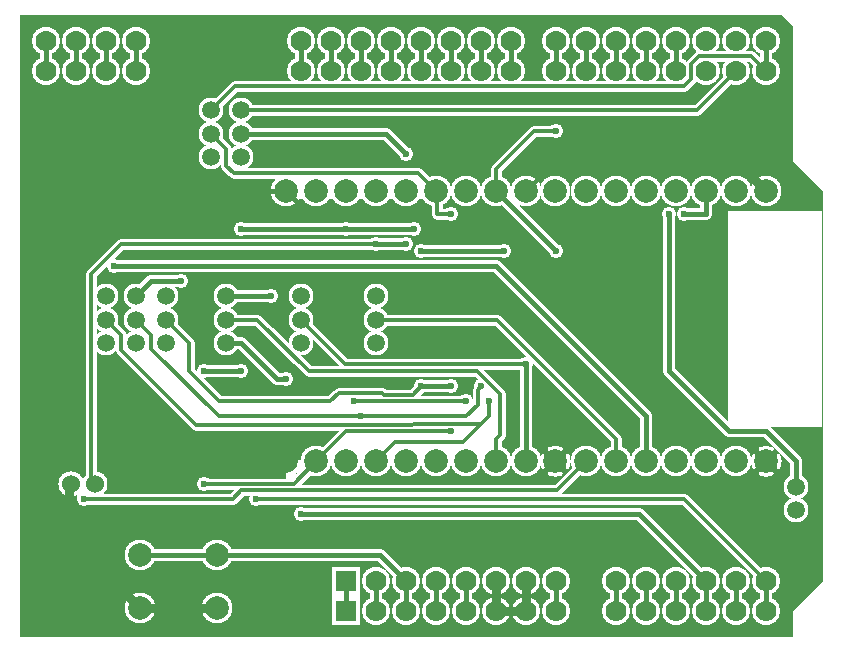
<source format=gbr>
G04 GERBER ASCII OUTPUT FROM: EDWINXP (VER. 1.61 REV. 20080315)*
G04 GERBER FORMAT: RX-274-X*
G04 BOARD: AMICUS_BLUETOOTH_SHIELD*
G04 ARTWORK OF SOLD.LAYERPOSITIVE SUPERIMPOSED ON NEGATIVE*
%ASAXBY*%
%FSLAX23Y23*%
%MIA0B0*%
%MOIN*%
%OFA0.0000B0.0000*%
%SFA1B1*%
%IJA0B0*%
%INLAYER29NEGPOS*%
%IOA0B0*%
%IPPOS*%
%IR0*%
G04 APERTURE MACROS*
%AMEDWDONUT*
1,1,$1,$2,$3*
1,0,$4,$2,$3*
%
%AMEDWFRECT*
20,1,$1,$2,$3,$4,$5,$6*
%
%AMEDWORECT*
20,1,$1,$2,$3,$4,$5,$10*
20,1,$1,$4,$5,$6,$7,$10*
20,1,$1,$6,$7,$8,$9,$10*
20,1,$1,$8,$9,$2,$3,$10*
1,1,$1,$2,$3*
1,1,$1,$4,$5*
1,1,$1,$6,$7*
1,1,$1,$8,$9*
%
%AMEDWLINER*
20,1,$1,$2,$3,$4,$5,$6*
1,1,$1,$2,$3*
1,1,$1,$4,$5*
%
%AMEDWFTRNG*
4,1,3,$1,$2,$3,$4,$5,$6,$7,$8,$9*
%
%AMEDWATRNG*
4,1,3,$1,$2,$3,$4,$5,$6,$7,$8,$9*
20,1,$11,$1,$2,$3,$4,$10*
20,1,$11,$3,$4,$5,$6,$10*
20,1,$11,$5,$6,$7,$8,$10*
1,1,$11,$3,$4*
1,1,$11,$5,$6*
1,1,$11,$7,$8*
%
%AMEDWOTRNG*
20,1,$1,$2,$3,$4,$5,$8*
20,1,$1,$4,$5,$6,$7,$8*
20,1,$1,$6,$7,$2,$3,$8*
1,1,$1,$2,$3*
1,1,$1,$4,$5*
1,1,$1,$6,$7*
%
G04*
G04 APERTURE LIST*
%ADD10R,0.0500X0.0580*%
%ADD11R,0.0740X0.0820*%
%ADD12R,0.0400X0.0480*%
%ADD13R,0.0640X0.0720*%
%ADD14R,0.04724X0.05906*%
%ADD15R,0.07124X0.08306*%
%ADD16R,0.03937X0.05118*%
%ADD17R,0.06337X0.07518*%
%ADD18R,0.0860X0.0860*%
%ADD19R,0.1100X0.1100*%
%ADD20R,0.0700X0.0700*%
%ADD21R,0.0940X0.0940*%
%ADD22R,0.0700X0.0650*%
%ADD23R,0.0940X0.0890*%
%ADD24R,0.0600X0.0550*%
%ADD25R,0.0840X0.0790*%
%ADD26R,0.0650X0.0700*%
%ADD27R,0.0890X0.0940*%
%ADD28R,0.0550X0.0600*%
%ADD29R,0.0790X0.0840*%
%ADD30R,0.04724X0.06693*%
%ADD31R,0.07124X0.09093*%
%ADD32R,0.03937X0.05906*%
%ADD33R,0.06337X0.08306*%
%ADD34C,0.00039*%
%ADD36C,0.0010*%
%ADD38C,0.00118*%
%ADD40C,0.0020*%
%ADD41R,0.0020X0.0020*%
%ADD42C,0.00201*%
%ADD43R,0.00201X0.00201*%
%ADD44C,0.00259*%
%ADD45R,0.00259X0.00259*%
%ADD46C,0.0030*%
%ADD47R,0.0030X0.0030*%
%ADD48C,0.0040*%
%ADD49R,0.0040X0.0040*%
%ADD50C,0.00472*%
%ADD52C,0.0050*%
%ADD53R,0.0050X0.0050*%
%ADD54C,0.00512*%
%ADD55R,0.00512X0.00512*%
%ADD56C,0.00515*%
%ADD57R,0.00515X0.00515*%
%ADD58C,0.00551*%
%ADD59R,0.00551X0.00551*%
%ADD60C,0.00591*%
%ADD61R,0.00591X0.00591*%
%ADD62C,0.00616*%
%ADD63R,0.00616X0.00616*%
%ADD64C,0.00659*%
%ADD65R,0.00659X0.00659*%
%ADD66C,0.00672*%
%ADD67R,0.00672X0.00672*%
%ADD68C,0.00687*%
%ADD69R,0.00687X0.00687*%
%ADD70C,0.00787*%
%ADD71R,0.00787X0.00787*%
%ADD72C,0.00799*%
%ADD74C,0.0080*%
%ADD76C,0.00838*%
%ADD77R,0.00838X0.00838*%
%ADD78C,0.00928*%
%ADD79R,0.00928X0.00928*%
%ADD80C,0.00945*%
%ADD82C,0.00972*%
%ADD83R,0.00972X0.00972*%
%ADD84C,0.00984*%
%ADD85R,0.00984X0.00984*%
%ADD86C,0.0100*%
%ADD87R,0.0100X0.0100*%
%ADD88C,0.01115*%
%ADD89R,0.01115X0.01115*%
%ADD90C,0.01115*%
%ADD91R,0.01115X0.01115*%
%ADD92C,0.01181*%
%ADD94C,0.01187*%
%ADD95R,0.01187X0.01187*%
%ADD96C,0.0120*%
%ADD98C,0.01285*%
%ADD99R,0.01285X0.01285*%
%ADD100C,0.0130*%
%ADD102C,0.0130*%
%ADD103R,0.0130X0.0130*%
%ADD104C,0.01401*%
%ADD105R,0.01401X0.01401*%
%ADD106C,0.01428*%
%ADD107R,0.01428X0.01428*%
%ADD108C,0.0150*%
%ADD109R,0.0150X0.0150*%
%ADD110C,0.0157*%
%ADD111R,0.0157X0.0157*%
%ADD112C,0.0160*%
%ADD114C,0.01642*%
%ADD115R,0.01642X0.01642*%
%ADD116C,0.01713*%
%ADD117R,0.01713X0.01713*%
%ADD118C,0.01856*%
%ADD119R,0.01856X0.01856*%
%ADD120C,0.0187*%
%ADD121R,0.0187X0.0187*%
%ADD122C,0.01927*%
%ADD123R,0.01927X0.01927*%
%ADD124C,0.01969*%
%ADD125R,0.01969X0.01969*%
%ADD126C,0.0207*%
%ADD127R,0.0207X0.0207*%
%ADD128C,0.02094*%
%ADD129R,0.02094X0.02094*%
%ADD130C,0.02141*%
%ADD131R,0.02141X0.02141*%
%ADD132C,0.02284*%
%ADD133R,0.02284X0.02284*%
%ADD134C,0.02304*%
%ADD135R,0.02304X0.02304*%
%ADD136C,0.02355*%
%ADD137R,0.02355X0.02355*%
%ADD138C,0.02362*%
%ADD139R,0.02362X0.02362*%
%ADD140C,0.0240*%
%ADD141R,0.0240X0.0240*%
%ADD142C,0.0240*%
%ADD143R,0.0240X0.0240*%
%ADD144C,0.0250*%
%ADD145R,0.0250X0.0250*%
%ADD146C,0.02828*%
%ADD147R,0.02828X0.02828*%
%ADD148C,0.02855*%
%ADD149R,0.02855X0.02855*%
%ADD150C,0.0290*%
%ADD152C,0.02912*%
%ADD153R,0.02912X0.02912*%
%ADD154C,0.02926*%
%ADD155R,0.02926X0.02926*%
%ADD156C,0.02951*%
%ADD158C,0.02991*%
%ADD160C,0.0300*%
%ADD161R,0.0300X0.0300*%
%ADD162C,0.03038*%
%ADD163R,0.03038X0.03038*%
%ADD164C,0.03059*%
%ADD165R,0.03059X0.03059*%
%ADD166C,0.03099*%
%ADD167R,0.03099X0.03099*%
%ADD168C,0.03199*%
%ADD169R,0.03199X0.03199*%
%ADD170C,0.0320*%
%ADD171R,0.0320X0.0320*%
%ADD172C,0.03212*%
%ADD173R,0.03212X0.03212*%
%ADD174C,0.03238*%
%ADD175R,0.03238X0.03238*%
%ADD176C,0.03261*%
%ADD177R,0.03261X0.03261*%
%ADD178C,0.03272*%
%ADD179R,0.03272X0.03272*%
%ADD180C,0.03283*%
%ADD181R,0.03283X0.03283*%
%ADD182C,0.03328*%
%ADD183R,0.03328X0.03328*%
%ADD184C,0.03345*%
%ADD186C,0.03351*%
%ADD187R,0.03351X0.03351*%
%ADD188C,0.03355*%
%ADD189R,0.03355X0.03355*%
%ADD190C,0.03426*%
%ADD191R,0.03426X0.03426*%
%ADD192C,0.03456*%
%ADD193R,0.03456X0.03456*%
%ADD194C,0.03487*%
%ADD195R,0.03487X0.03487*%
%ADD196C,0.03498*%
%ADD197R,0.03498X0.03498*%
%ADD198C,0.0350*%
%ADD199R,0.0350X0.0350*%
%ADD200C,0.03561*%
%ADD201R,0.03561X0.03561*%
%ADD202C,0.03581*%
%ADD204C,0.0360*%
%ADD206C,0.0364*%
%ADD207R,0.0364X0.0364*%
%ADD208C,0.03665*%
%ADD209R,0.03665X0.03665*%
%ADD210C,0.03685*%
%ADD211R,0.03685X0.03685*%
%ADD212C,0.0370*%
%ADD214C,0.0377*%
%ADD215R,0.0377X0.0377*%
%ADD216C,0.03783*%
%ADD217R,0.03783X0.03783*%
%ADD218C,0.03828*%
%ADD219R,0.03828X0.03828*%
%ADD220C,0.0390*%
%ADD221R,0.0390X0.0390*%
%ADD222C,0.03937*%
%ADD223R,0.03937X0.03937*%
%ADD224C,0.0397*%
%ADD225R,0.0397X0.0397*%
%ADD226C,0.0400*%
%ADD227R,0.0400X0.0400*%
%ADD228C,0.04042*%
%ADD229R,0.04042X0.04042*%
%ADD230C,0.04113*%
%ADD231R,0.04113X0.04113*%
%ADD232C,0.04132*%
%ADD233R,0.04132X0.04132*%
%ADD234C,0.04173*%
%ADD235R,0.04173X0.04173*%
%ADD236C,0.04189*%
%ADD237R,0.04189X0.04189*%
%ADD238C,0.04211*%
%ADD239R,0.04211X0.04211*%
%ADD240C,0.04256*%
%ADD241R,0.04256X0.04256*%
%ADD242C,0.0427*%
%ADD243R,0.0427X0.0427*%
%ADD244C,0.04283*%
%ADD245R,0.04283X0.04283*%
%ADD246C,0.04327*%
%ADD247R,0.04327X0.04327*%
%ADD248C,0.0447*%
%ADD249R,0.0447X0.0447*%
%ADD250C,0.04494*%
%ADD251R,0.04494X0.04494*%
%ADD252C,0.04497*%
%ADD253R,0.04497X0.04497*%
%ADD254C,0.0450*%
%ADD255R,0.0450X0.0450*%
%ADD256C,0.04541*%
%ADD257R,0.04541X0.04541*%
%ADD258C,0.04684*%
%ADD259R,0.04684X0.04684*%
%ADD260C,0.0470*%
%ADD261R,0.0470X0.0470*%
%ADD262C,0.04704*%
%ADD263R,0.04704X0.04704*%
%ADD264C,0.04724*%
%ADD265R,0.04724X0.04724*%
%ADD266C,0.04755*%
%ADD267R,0.04755X0.04755*%
%ADD268C,0.04762*%
%ADD269R,0.04762X0.04762*%
%ADD270C,0.04791*%
%ADD271R,0.04791X0.04791*%
%ADD272C,0.0490*%
%ADD273R,0.0490X0.0490*%
%ADD274C,0.0500*%
%ADD275R,0.0500X0.0500*%
%ADD276C,0.05027*%
%ADD277R,0.05027X0.05027*%
%ADD278C,0.05068*%
%ADD279R,0.05068X0.05068*%
%ADD280C,0.05118*%
%ADD281R,0.05118X0.05118*%
%ADD282C,0.05228*%
%ADD283R,0.05228X0.05228*%
%ADD284C,0.05255*%
%ADD285R,0.05255X0.05255*%
%ADD286C,0.05326*%
%ADD287R,0.05326X0.05326*%
%ADD288C,0.05438*%
%ADD289R,0.05438X0.05438*%
%ADD290C,0.05499*%
%ADD291R,0.05499X0.05499*%
%ADD292C,0.05567*%
%ADD293R,0.05567X0.05567*%
%ADD294C,0.0560*%
%ADD295R,0.0560X0.0560*%
%ADD296C,0.05612*%
%ADD297R,0.05612X0.05612*%
%ADD298C,0.05661*%
%ADD299R,0.05661X0.05661*%
%ADD300C,0.05672*%
%ADD301R,0.05672X0.05672*%
%ADD302C,0.05683*%
%ADD303R,0.05683X0.05683*%
%ADD304C,0.0570*%
%ADD305R,0.0570X0.0570*%
%ADD306C,0.05726*%
%ADD307R,0.05726X0.05726*%
%ADD308C,0.05751*%
%ADD309R,0.05751X0.05751*%
%ADD310C,0.05755*%
%ADD311R,0.05755X0.05755*%
%ADD312C,0.05826*%
%ADD313R,0.05826X0.05826*%
%ADD314C,0.05843*%
%ADD315R,0.05843X0.05843*%
%ADD316C,0.05856*%
%ADD317R,0.05856X0.05856*%
%ADD318C,0.05887*%
%ADD319R,0.05887X0.05887*%
%ADD320C,0.05898*%
%ADD321R,0.05898X0.05898*%
%ADD322C,0.0590*%
%ADD323R,0.0590X0.0590*%
%ADD324C,0.05906*%
%ADD325R,0.05906X0.05906*%
%ADD326C,0.05961*%
%ADD327R,0.05961X0.05961*%
%ADD328C,0.0600*%
%ADD329R,0.0600X0.0600*%
%ADD330C,0.0604*%
%ADD331R,0.0604X0.0604*%
%ADD332C,0.06065*%
%ADD333R,0.06065X0.06065*%
%ADD334C,0.0617*%
%ADD335R,0.0617X0.0617*%
%ADD336C,0.06183*%
%ADD337R,0.06183X0.06183*%
%ADD338C,0.0620*%
%ADD340C,0.06201*%
%ADD342C,0.06337*%
%ADD343R,0.06337X0.06337*%
%ADD344C,0.06427*%
%ADD345R,0.06427X0.06427*%
%ADD346C,0.0650*%
%ADD347R,0.0650X0.0650*%
%ADD348C,0.06532*%
%ADD349R,0.06532X0.06532*%
%ADD350C,0.06589*%
%ADD351R,0.06589X0.06589*%
%ADD352C,0.06611*%
%ADD353R,0.06611X0.06611*%
%ADD354C,0.06683*%
%ADD355R,0.06683X0.06683*%
%ADD356C,0.06693*%
%ADD357R,0.06693X0.06693*%
%ADD358C,0.06897*%
%ADD359R,0.06897X0.06897*%
%ADD360C,0.0690*%
%ADD361R,0.0690X0.0690*%
%ADD362C,0.06906*%
%ADD363R,0.06906X0.06906*%
%ADD364C,0.0700*%
%ADD365R,0.0700X0.0700*%
%ADD366C,0.0710*%
%ADD367R,0.0710X0.0710*%
%ADD368C,0.07124*%
%ADD369R,0.07124X0.07124*%
%ADD370C,0.07191*%
%ADD371R,0.07191X0.07191*%
%ADD372C,0.07281*%
%ADD373R,0.07281X0.07281*%
%ADD374C,0.07352*%
%ADD375R,0.07352X0.07352*%
%ADD376C,0.07361*%
%ADD377R,0.07361X0.07361*%
%ADD378C,0.0740*%
%ADD379R,0.0740X0.0740*%
%ADD380C,0.07427*%
%ADD381R,0.07427X0.07427*%
%ADD382C,0.07468*%
%ADD383R,0.07468X0.07468*%
%ADD384C,0.07495*%
%ADD385R,0.07495X0.07495*%
%ADD386C,0.0750*%
%ADD387R,0.0750X0.0750*%
%ADD388C,0.07598*%
%ADD390C,0.0760*%
%ADD392C,0.07697*%
%ADD393R,0.07697X0.07697*%
%ADD394C,0.07709*%
%ADD395R,0.07709X0.07709*%
%ADD396C,0.07874*%
%ADD398C,0.07967*%
%ADD399R,0.07967X0.07967*%
%ADD400C,0.0800*%
%ADD401R,0.0800X0.0800*%
%ADD402C,0.0810*%
%ADD403R,0.0810X0.0810*%
%ADD404C,0.08126*%
%ADD405R,0.08126X0.08126*%
%ADD406C,0.08243*%
%ADD407R,0.08243X0.08243*%
%ADD408C,0.08306*%
%ADD409R,0.08306X0.08306*%
%ADD410C,0.08394*%
%ADD411R,0.08394X0.08394*%
%ADD412C,0.0840*%
%ADD413R,0.0840X0.0840*%
%ADD414C,0.08598*%
%ADD416C,0.0860*%
%ADD417R,0.0860X0.0860*%
%ADD418C,0.08601*%
%ADD420C,0.0870*%
%ADD421R,0.0870X0.0870*%
%ADD422C,0.08764*%
%ADD423R,0.08764X0.08764*%
%ADD424C,0.08827*%
%ADD425R,0.08827X0.08827*%
%ADD426C,0.0890*%
%ADD427R,0.0890X0.0890*%
%ADD428C,0.0891*%
%ADD429R,0.0891X0.0891*%
%ADD430C,0.0900*%
%ADD431R,0.0900X0.0900*%
%ADD432C,0.09039*%
%ADD433R,0.09039X0.09039*%
%ADD434C,0.09093*%
%ADD435R,0.09093X0.09093*%
%ADD436C,0.0940*%
%ADD437R,0.0940X0.0940*%
%ADD438C,0.09681*%
%ADD439R,0.09681X0.09681*%
%ADD440C,0.0970*%
%ADD441R,0.0970X0.0970*%
%ADD442C,0.09752*%
%ADD443R,0.09752X0.09752*%
%ADD444C,0.09761*%
%ADD445R,0.09761X0.09761*%
%ADD446C,0.09843*%
%ADD447R,0.09843X0.09843*%
%ADD448C,0.09895*%
%ADD449R,0.09895X0.09895*%
%ADD450C,0.0990*%
%ADD451R,0.0990X0.0990*%
%ADD452C,0.09922*%
%ADD453R,0.09922X0.09922*%
%ADD454C,0.09998*%
%ADD456C,0.1000*%
%ADD457R,0.1000X0.1000*%
%ADD458C,0.10072*%
%ADD459R,0.10072X0.10072*%
%ADD460C,0.10097*%
%ADD461R,0.10097X0.10097*%
%ADD462C,0.10109*%
%ADD463R,0.10109X0.10109*%
%ADD464C,0.10207*%
%ADD465R,0.10207X0.10207*%
%ADD466C,0.10274*%
%ADD468C,0.1040*%
%ADD469R,0.1040X0.1040*%
%ADD470C,0.1040*%
%ADD471R,0.1040X0.1040*%
%ADD472C,0.10794*%
%ADD473R,0.10794X0.10794*%
%ADD474C,0.10998*%
%ADD476C,0.1100*%
%ADD477R,0.1100X0.1100*%
%ADD478C,0.1110*%
%ADD479R,0.1110X0.1110*%
%ADD480C,0.11164*%
%ADD481R,0.11164X0.11164*%
%ADD482C,0.1120*%
%ADD483R,0.1120X0.1120*%
%ADD484C,0.1131*%
%ADD485R,0.1131X0.1131*%
%ADD486C,0.1140*%
%ADD487R,0.1140X0.1140*%
%ADD488C,0.11439*%
%ADD489R,0.11439X0.11439*%
%ADD490C,0.1150*%
%ADD491R,0.1150X0.1150*%
%ADD492C,0.1152*%
%ADD493R,0.1152X0.1152*%
%ADD494C,0.1200*%
%ADD495R,0.1200X0.1200*%
%ADD496C,0.1210*%
%ADD497R,0.1210X0.1210*%
%ADD498C,0.12322*%
%ADD499R,0.12322X0.12322*%
%ADD500C,0.1240*%
%ADD501R,0.1240X0.1240*%
%ADD502C,0.12472*%
%ADD503R,0.12472X0.12472*%
%ADD504C,0.1250*%
%ADD505R,0.1250X0.1250*%
%ADD506C,0.12526*%
%ADD507R,0.12526X0.12526*%
%ADD508C,0.12607*%
%ADD509R,0.12607X0.12607*%
%ADD510C,0.1280*%
%ADD511R,0.1280X0.1280*%
%ADD512C,0.12992*%
%ADD513R,0.12992X0.12992*%
%ADD514C,0.1300*%
%ADD515R,0.1300X0.1300*%
%ADD516C,0.1340*%
%ADD517R,0.1340X0.1340*%
%ADD518C,0.1390*%
%ADD519R,0.1390X0.1390*%
%ADD520C,0.1392*%
%ADD521R,0.1392X0.1392*%
%ADD522C,0.1420*%
%ADD523R,0.1420X0.1420*%
%ADD524C,0.1440*%
%ADD525R,0.1440X0.1440*%
%ADD526C,0.1490*%
%ADD527R,0.1490X0.1490*%
%ADD528C,0.14926*%
%ADD529R,0.14926X0.14926*%
%ADD530C,0.1520*%
%ADD531R,0.1520X0.1520*%
%ADD532C,0.15374*%
%ADD533R,0.15374X0.15374*%
%ADD534C,0.1540*%
%ADD535R,0.1540X0.1540*%
%ADD536C,0.1660*%
%ADD537R,0.1660X0.1660*%
%ADD538C,0.17177*%
%ADD539R,0.17177X0.17177*%
%ADD540C,0.17323*%
%ADD542C,0.1760*%
%ADD543R,0.1760X0.1760*%
%ADD544C,0.17774*%
%ADD545R,0.17774X0.17774*%
%ADD546C,0.18504*%
%ADD548C,0.18898*%
%ADD550C,0.19272*%
%ADD551R,0.19272X0.19272*%
%ADD552C,0.19577*%
%ADD553R,0.19577X0.19577*%
%ADD554C,0.1970*%
%ADD555R,0.1970X0.1970*%
%ADD556C,0.19772*%
%ADD557R,0.19772X0.19772*%
%ADD558C,0.20799*%
%ADD559R,0.20799X0.20799*%
%ADD560C,0.20904*%
%ADD562C,0.2126*%
%ADD564C,0.21298*%
%ADD566C,0.21672*%
%ADD567R,0.21672X0.21672*%
%ADD568C,0.2210*%
%ADD569R,0.2210X0.2210*%
%ADD570C,0.22172*%
%ADD571R,0.22172X0.22172*%
%ADD572C,0.22835*%
%ADD575R,0.23199X0.23199*%
%ADD577R,0.23622X0.23622*%
%ADD579R,0.24768X0.24768*%
%ADD581R,0.24937X0.24937*%
%ADD583R,0.26022X0.26022*%
%ADD585R,0.27168X0.27168*%
%ADD587R,0.27337X0.27337*%
%ADD589R,0.31496X0.31496*%
%ADD591R,0.32811X0.32811*%
%ADD593R,0.33069X0.33069*%
%ADD595R,0.33896X0.33896*%
%ADD597R,0.35211X0.35211*%
%ADD599R,0.35469X0.35469*%
%ADD601R,0.36403X0.36403*%
%ADD603R,0.38803X0.38803*%
%ADD605R,0.43702X0.43702*%
%ADD607R,0.46102X0.46102*%
%ADD609R,0.8652X0.8652*%
%ADD611R,0.8892X0.8892*%
%ADD612C,0.9892*%
%ADD613R,0.9892X0.9892*%
%ADD614C,1.0892*%
%ADD615R,1.0892X1.0892*%
%ADD616C,1.1892*%
%ADD617R,1.1892X1.1892*%
%ADD618C,1.2892*%
%ADD619R,1.2892X1.2892*%
%ADD620C,1.3892*%
%ADD621R,1.3892X1.3892*%
%ADD622C,1.4892*%
%ADD623R,1.4892X1.4892*%
%ADD624C,1.5892*%
%ADD625R,1.5892X1.5892*%
%ADD626C,1.6892*%
%ADD627R,1.6892X1.6892*%
%ADD628C,1.7892*%
%ADD629R,1.7892X1.7892*%
%ADD630C,1.8892*%
%ADD631R,1.8892X1.8892*%
%ADD632C,1.9892*%
%ADD633R,1.9892X1.9892*%
G04*
%LNLLAYER29CPOURD*%
%LPD*%
G36*
X1588Y100D02*
X1575Y13D01*
X13Y13D01*
X13Y2088D01*
X2550Y2088D01*
X2588Y2050D01*
X2588Y1600D01*
X2688Y1500D01*
X2688Y200D01*
X2588Y100D01*
X2588Y13D01*
X1625Y13D01*
X1588Y100D01*
G37*
G36*
X1600Y113D02*
X1513Y13D01*
X1675Y13D01*
X1600Y113D01*
G37*
%LNLLAYER29CRELIEVEC*%
%LPC*%
G36*
X2685Y1433D02*
X2685Y713D01*
X2372Y713D01*
X2372Y1433D01*
X2685Y1433D01*
G37*
G36*
X924Y1556D02*
X924Y1475D01*
X1361Y1475D01*
X1361Y1556D01*
X924Y1556D01*
G37*
G36*
X1634Y1499D02*
X1634Y1442D01*
X1681Y1442D01*
X1681Y1499D01*
X1634Y1499D01*
G37*
G36*
X1081Y702D02*
X1081Y584D01*
X1289Y584D01*
X1289Y702D01*
X1081Y702D01*
G37*
G36*
X1043Y667D02*
X1043Y602D01*
X1101Y602D01*
X1101Y667D01*
X1043Y667D01*
G37*
G36*
X899Y604D02*
X899Y561D01*
X957Y561D01*
X957Y604D01*
X899Y604D01*
G37*
G36*
X900Y571D02*
X900Y541D01*
X932Y541D01*
X932Y571D01*
X900Y571D01*
G37*
G36*
X1450Y720D02*
X1450Y673D01*
X1507Y673D01*
X1507Y720D01*
X1450Y720D01*
G37*
G36*
X1538Y852D02*
X1538Y743D01*
X1602Y743D01*
X1602Y852D01*
X1538Y852D01*
G37*
G36*
X1514Y771D02*
X1514Y737D01*
X1545Y737D01*
X1545Y771D01*
X1514Y771D01*
G37*
G36*
X1498Y749D02*
X1498Y613D01*
X1602Y613D01*
X1602Y749D01*
X1498Y749D01*
G37*
G36*
X1311Y659D02*
X1311Y608D01*
X1483Y608D01*
X1483Y659D01*
X1311Y659D01*
G37*
G36*
X416Y1186D02*
X416Y997D01*
X504Y997D01*
X504Y1186D01*
X416Y1186D01*
G37*
G36*
X1117Y157D02*
X1117Y144D01*
X1147Y144D01*
X1147Y157D01*
X1117Y157D01*
G37*
G36*
X1082Y141D02*
X1082Y160D01*
X1053Y160D01*
X1053Y141D01*
X1082Y141D01*
G37*
G36*
X202Y518D02*
X202Y481D01*
X235Y481D01*
X235Y518D01*
X202Y518D01*
G37*
G36*
X662Y808D02*
X662Y741D01*
X1528Y741D01*
X1528Y808D01*
X662Y808D01*
G37*
G36*
X1060Y819D02*
X1060Y789D01*
X1134Y789D01*
X1134Y819D01*
X1060Y819D01*
G37*
G36*
X393Y976D02*
X393Y917D01*
X466Y917D01*
X466Y976D01*
X393Y976D01*
G37*
G36*
X427Y936D02*
X427Y885D01*
X528Y885D01*
X528Y936D01*
X427Y936D01*
G37*
G36*
X478Y1006D02*
X478Y847D01*
X568Y847D01*
X568Y1006D01*
X478Y1006D01*
G37*
G36*
X461Y900D02*
X461Y864D01*
X496Y864D01*
X496Y900D01*
X461Y900D01*
G37*
G36*
X496Y861D02*
X496Y817D01*
X621Y817D01*
X621Y861D01*
X496Y861D01*
G37*
G36*
X527Y829D02*
X527Y795D01*
X611Y795D01*
X611Y829D01*
X527Y829D01*
G37*
G36*
X551Y808D02*
X551Y767D01*
X635Y767D01*
X635Y808D01*
X551Y808D01*
G37*
G36*
X577Y779D02*
X577Y733D01*
X666Y733D01*
X666Y779D01*
X577Y779D01*
G37*
G36*
X602Y823D02*
X602Y777D01*
X643Y777D01*
X643Y823D01*
X602Y823D01*
G37*
G36*
X630Y802D02*
X630Y775D01*
X661Y775D01*
X661Y802D01*
X630Y802D01*
G37*
D412*
X263Y525D02*D03*
D466*
X2400Y600D02*D03*
X2300Y600D02*D03*
X2200Y600D02*D03*
X2100Y600D02*D03*
X1999Y600D02*D03*
X1901Y600D02*D03*
X1700Y600D02*D03*
X1600Y600D02*D03*
X1500Y600D02*D03*
X1400Y600D02*D03*
X1300Y600D02*D03*
X1200Y600D02*D03*
X1100Y600D02*D03*
X1000Y600D02*D03*
X2400Y1500D02*D03*
X2300Y1500D02*D03*
X2200Y1500D02*D03*
X2100Y1500D02*D03*
X1999Y1500D02*D03*
X1901Y1500D02*D03*
X1797Y1500D02*D03*
X1600Y1500D02*D03*
X1500Y1500D02*D03*
X1400Y1500D02*D03*
X1300Y1500D02*D03*
X1200Y1500D02*D03*
X1100Y1500D02*D03*
X1000Y1500D02*D03*
D436*
X1800Y2000D02*D03*
X1900Y2000D02*D03*
X2000Y2000D02*D03*
X2100Y2000D02*D03*
X2200Y2000D02*D03*
X2300Y2000D02*D03*
X2400Y2000D02*D03*
X2500Y2000D02*D03*
X1300Y100D02*D03*
X1400Y100D02*D03*
X1500Y100D02*D03*
X1800Y100D02*D03*
X950Y2000D02*D03*
X1050Y2000D02*D03*
X1150Y2000D02*D03*
X1250Y2000D02*D03*
X1350Y2000D02*D03*
X1450Y2000D02*D03*
X1550Y2000D02*D03*
X1650Y2000D02*D03*
X2000Y100D02*D03*
X2100Y100D02*D03*
X2200Y100D02*D03*
X2300Y100D02*D03*
X2400Y100D02*D03*
X2500Y100D02*D03*
D21* 
X1100Y200D02*D03*
D436*
X1200Y200D02*D03*
X1300Y200D02*D03*
X1400Y200D02*D03*
X1500Y200D02*D03*
X1800Y200D02*D03*
X100Y1900D02*D03*
X200Y1900D02*D03*
X300Y1900D02*D03*
X400Y1900D02*D03*
X2000Y200D02*D03*
X2100Y200D02*D03*
X2200Y200D02*D03*
X2300Y200D02*D03*
X2400Y200D02*D03*
X2500Y200D02*D03*
X950Y1900D02*D03*
X1050Y1900D02*D03*
X1150Y1900D02*D03*
X1250Y1900D02*D03*
X1350Y1900D02*D03*
X1450Y1900D02*D03*
X1550Y1900D02*D03*
X1650Y1900D02*D03*
X1800Y1900D02*D03*
X1900Y1900D02*D03*
X2000Y1900D02*D03*
X2100Y1900D02*D03*
X2200Y1900D02*D03*
X2300Y1900D02*D03*
X2400Y1900D02*D03*
X2500Y1900D02*D03*
D466*
X668Y288D02*D03*
X413Y288D02*D03*
D408*
X1200Y1150D02*D03*
X1200Y1071D02*D03*
X1200Y993D02*D03*
X950Y1150D02*D03*
X950Y1071D02*D03*
X950Y993D02*D03*
X700Y1150D02*D03*
X700Y1071D02*D03*
X700Y993D02*D03*
X500Y1150D02*D03*
X500Y1071D02*D03*
X500Y993D02*D03*
X400Y1150D02*D03*
X400Y1071D02*D03*
X400Y993D02*D03*
X300Y1150D02*D03*
X300Y1071D02*D03*
X300Y993D02*D03*
D436*
X100Y2000D02*D03*
X200Y2000D02*D03*
X300Y2000D02*D03*
X400Y2000D02*D03*
D408*
X2600Y438D02*D03*
X2600Y516D02*D03*
X750Y1613D02*D03*
X750Y1691D02*D03*
X750Y1770D02*D03*
X650Y1613D02*D03*
X650Y1691D02*D03*
X650Y1770D02*D03*
D21* 
X1100Y100D02*D03*
D436*
X1200Y100D02*D03*
D456*
X100Y100D02*D03*
X600Y2000D02*D03*
X2600Y300D02*D03*
D96* 
G75*
G01X1778Y559D02*
G03X1816Y559I19J41D01*
G01*
G75*
G01X1838Y581D02*
G03X1838Y619I-41J19D01*
G01*
G75*
G01X1816Y641D02*
G03X1778Y641I-19J-41D01*
G01*
G75*
G01X1756Y619D02*
G03X1756Y581I41J-19D01*
G01*
G75*
G01X2481Y559D02*
G03X2519Y559I19J41D01*
G01*
G75*
G01X2541Y581D02*
G03X2541Y619I-41J19D01*
G01*
G75*
G01X2519Y641D02*
G03X2481Y641I-19J-41D01*
G01*
G75*
G01X2459Y619D02*
G03X2459Y581I41J-19D01*
G01*
D466*
X900Y1500D02*D03*
X1700Y1500D02*D03*
X2500Y1500D02*D03*
D412*
X184Y525D02*D03*
D466*
X668Y110D02*D03*
X413Y110D02*D03*
D436*
X1600Y200D02*D03*
X1700Y200D02*D03*
X1600Y100D02*D03*
X1700Y100D02*D03*
D268*
X2175Y1425D02*D03*
X2225Y1425D02*D03*
X800Y475D02*D03*
X950Y425D02*D03*
X1325Y1375D02*D03*
X1100Y1375D02*D03*
X750Y1375D02*D03*
X1300Y1325D02*D03*
X1200Y1325D02*D03*
X1450Y850D02*D03*
X1350Y850D02*D03*
X1550Y850D02*D03*
X1150Y750D02*D03*
X1575Y800D02*D03*
X1125Y800D02*D03*
X1500Y800D02*D03*
X1450Y700D02*D03*
X625Y525D02*D03*
X550Y1200D02*D03*
X1350Y1300D02*D03*
X1625Y1300D02*D03*
X1300Y1625D02*D03*
X1450Y1425D02*D03*
X1800Y1300D02*D03*
X1800Y1700D02*D03*
X850Y1150D02*D03*
X900Y875D02*D03*
X625Y900D02*D03*
X750Y900D02*D03*
X325Y1250D02*D03*
X225Y475D02*D03*
X1700Y925D02*D03*
D160*
X668Y110D02*
X413Y110D01*
D92* 
X184Y525D02*
X175Y516D01*
D160*
X175Y516D02*
X175Y225D01*
D92* 
X950Y850D02*
X1275Y850D01*
D160*
X413Y110D02*
X298Y225D01*
D112*
X298Y225D02*
X175Y225D01*
X900Y1500D02*
X425Y1500D01*
X279Y1500D01*
X279Y1599D01*
D160*
X1600Y100D02*
X1700Y100D01*
X1600Y100D02*
X1600Y200D01*
D112*
X900Y1500D02*
X975Y1425D01*
X1375Y1425D01*
D92* 
X1700Y1500D02*
X1775Y1575D01*
X2425Y1575D01*
D160*
X2425Y1575D02*
X2500Y1500D01*
D112*
X900Y600D02*
X750Y600D01*
D226*
X1800Y2000D02*
X1800Y1900D01*
X1200Y1325D02*
X1300Y1325D01*
D202*
X263Y525D02*
X250Y538D01*
X250Y1225D01*
X350Y1325D01*
X1200Y1325D01*
D160*
X1700Y200D02*
X1700Y100D01*
D226*
X1325Y1375D02*
X1100Y1375D01*
X750Y1375D01*
X2500Y1900D02*
X2500Y2000D01*
D202*
X2500Y1900D02*
X2450Y1950D01*
X2275Y1950D01*
X2250Y1925D01*
X2250Y1875D01*
X2225Y1850D01*
X730Y1850D01*
X650Y1770D01*
D226*
X1300Y200D02*
X1300Y100D01*
X668Y288D02*
X413Y288D01*
X668Y288D02*
X1213Y288D01*
X1300Y200D01*
D202*
X2400Y1900D02*
X2270Y1770D01*
X750Y1770D01*
D226*
X2200Y2000D02*
X2200Y1900D01*
X1800Y200D02*
X1800Y100D01*
X2100Y2000D02*
X2100Y1900D01*
X2000Y2000D02*
X2000Y1900D01*
X1500Y100D02*
X1500Y200D01*
X1900Y2000D02*
X1900Y1900D01*
X1400Y100D02*
X1400Y200D01*
X1350Y2000D02*
X1350Y1900D01*
X1250Y2000D02*
X1250Y1900D01*
X1150Y2000D02*
X1150Y1900D01*
X1050Y2000D02*
X1050Y1900D01*
X950Y1900D02*
X950Y2000D01*
X2500Y200D02*
X2500Y100D01*
D202*
X2500Y200D02*
X2225Y475D01*
X800Y475D01*
D226*
X2400Y200D02*
X2400Y100D01*
X2300Y200D02*
X2300Y100D01*
X2300Y200D02*
X2075Y425D01*
X950Y425D01*
X2200Y200D02*
X2200Y100D01*
X2100Y200D02*
X2100Y100D01*
X2000Y200D02*
X2000Y100D01*
X2225Y1425D02*
X2300Y1425D01*
X2300Y1500D01*
X1200Y200D02*
X1200Y100D01*
X1100Y200D02*
X1100Y100D01*
X400Y2000D02*
X400Y1900D01*
X300Y2000D02*
X300Y1900D01*
X200Y2000D02*
X200Y1900D01*
X100Y2000D02*
X100Y1900D01*
X1650Y2000D02*
X1650Y1900D01*
X1550Y2000D02*
X1550Y1900D01*
X1450Y2000D02*
X1450Y1900D01*
D202*
X1400Y1500D02*
X1403Y1497D01*
X1403Y1425D01*
X1450Y1425D01*
X1400Y1500D02*
X1339Y1561D01*
X725Y1561D01*
X700Y1586D01*
X700Y1641D01*
X650Y1691D01*
D226*
X1600Y1500D02*
X1800Y1300D01*
D202*
X1600Y1500D02*
X1600Y1575D01*
X1725Y1700D01*
X1800Y1700D01*
D226*
X2175Y1425D02*
X2175Y900D01*
X2375Y700D01*
X2500Y700D01*
X2600Y600D01*
X2600Y516D01*
D202*
X1125Y800D02*
X1500Y800D01*
X1000Y600D02*
X1100Y700D01*
X1450Y700D01*
X1000Y600D02*
X925Y525D01*
X625Y525D01*
D226*
X550Y1200D02*
X450Y1200D01*
X400Y1150D01*
X1350Y1300D02*
X1625Y1300D01*
X1300Y1625D02*
X1234Y1691D01*
X750Y1691D01*
X1700Y925D02*
X1700Y600D01*
D202*
X1700Y925D02*
X1096Y925D01*
X950Y1071D01*
X1600Y600D02*
X1600Y675D01*
X1612Y687D01*
X1612Y825D01*
X1537Y900D01*
X975Y900D01*
X804Y1071D01*
X700Y1071D01*
D226*
X1350Y850D02*
X1450Y850D01*
D202*
X1350Y850D02*
X1322Y822D01*
X1225Y822D01*
X1219Y828D01*
X1075Y828D01*
X1047Y800D01*
X675Y800D01*
X575Y900D01*
X575Y996D01*
X500Y1071D01*
X1150Y750D02*
X1500Y750D01*
X1538Y788D01*
X1538Y838D01*
X1550Y850D01*
X1150Y750D02*
X675Y750D01*
X450Y975D01*
X450Y1021D01*
X400Y1071D01*
X1550Y726D02*
X1488Y664D01*
X1264Y664D01*
X1200Y600D01*
X1575Y800D02*
X1575Y751D01*
X1550Y726D01*
X1325Y726D01*
X1321Y722D01*
X600Y722D01*
X350Y972D01*
X350Y1021D01*
X300Y1071D01*
D226*
X625Y900D02*
X750Y900D01*
X2100Y600D02*
X2100Y750D01*
X1600Y1250D01*
X325Y1250D01*
D202*
X1999Y600D02*
X1999Y675D01*
X1603Y1071D01*
X1200Y1071D01*
X1901Y600D02*
X1804Y503D01*
X750Y503D01*
X722Y475D01*
X225Y475D01*
D226*
X850Y1150D02*
X700Y1150D01*
X900Y875D02*
X868Y875D01*
X750Y993D01*
X700Y993D01*
%LNLLAYER29CFILLD*%
%LPD*%
D328*
X263Y525D02*D03*
D396*
X2400Y600D02*D03*
X2300Y600D02*D03*
X2200Y600D02*D03*
X2100Y600D02*D03*
X1999Y600D02*D03*
X1901Y600D02*D03*
X1700Y600D02*D03*
X1600Y600D02*D03*
X1500Y600D02*D03*
X1400Y600D02*D03*
X1300Y600D02*D03*
X1200Y600D02*D03*
X1100Y600D02*D03*
X1000Y600D02*D03*
X2400Y1500D02*D03*
X2300Y1500D02*D03*
X2200Y1500D02*D03*
X2100Y1500D02*D03*
X1999Y1500D02*D03*
X1901Y1500D02*D03*
X1797Y1500D02*D03*
X1600Y1500D02*D03*
X1500Y1500D02*D03*
X1400Y1500D02*D03*
X1300Y1500D02*D03*
X1200Y1500D02*D03*
X1100Y1500D02*D03*
X1000Y1500D02*D03*
D364*
X1800Y2000D02*D03*
X1900Y2000D02*D03*
X2000Y2000D02*D03*
X2100Y2000D02*D03*
X2200Y2000D02*D03*
X2300Y2000D02*D03*
X2400Y2000D02*D03*
X2500Y2000D02*D03*
X1300Y100D02*D03*
X1400Y100D02*D03*
X1500Y100D02*D03*
X1800Y100D02*D03*
X950Y2000D02*D03*
X1050Y2000D02*D03*
X1150Y2000D02*D03*
X1250Y2000D02*D03*
X1350Y2000D02*D03*
X1450Y2000D02*D03*
X1550Y2000D02*D03*
X1650Y2000D02*D03*
X2000Y100D02*D03*
X2100Y100D02*D03*
X2200Y100D02*D03*
X2300Y100D02*D03*
X2400Y100D02*D03*
X2500Y100D02*D03*
D20* 
X1100Y200D02*D03*
D364*
X1200Y200D02*D03*
X1300Y200D02*D03*
X1400Y200D02*D03*
X1500Y200D02*D03*
X1800Y200D02*D03*
X100Y1900D02*D03*
X200Y1900D02*D03*
X300Y1900D02*D03*
X400Y1900D02*D03*
X2000Y200D02*D03*
X2100Y200D02*D03*
X2200Y200D02*D03*
X2300Y200D02*D03*
X2400Y200D02*D03*
X2500Y200D02*D03*
X950Y1900D02*D03*
X1050Y1900D02*D03*
X1150Y1900D02*D03*
X1250Y1900D02*D03*
X1350Y1900D02*D03*
X1450Y1900D02*D03*
X1550Y1900D02*D03*
X1650Y1900D02*D03*
X1800Y1900D02*D03*
X1900Y1900D02*D03*
X2000Y1900D02*D03*
X2100Y1900D02*D03*
X2200Y1900D02*D03*
X2300Y1900D02*D03*
X2400Y1900D02*D03*
X2500Y1900D02*D03*
D396*
X668Y288D02*D03*
X413Y288D02*D03*
D324*
X1200Y1150D02*D03*
X1200Y1071D02*D03*
X1200Y993D02*D03*
X950Y1150D02*D03*
X950Y1071D02*D03*
X950Y993D02*D03*
X700Y1150D02*D03*
X700Y1071D02*D03*
X700Y993D02*D03*
X500Y1150D02*D03*
X500Y1071D02*D03*
X500Y993D02*D03*
X400Y1150D02*D03*
X400Y1071D02*D03*
X400Y993D02*D03*
X300Y1150D02*D03*
X300Y1071D02*D03*
X300Y993D02*D03*
D364*
X100Y2000D02*D03*
X200Y2000D02*D03*
X300Y2000D02*D03*
X400Y2000D02*D03*
D324*
X2600Y438D02*D03*
X2600Y516D02*D03*
X750Y1613D02*D03*
X750Y1691D02*D03*
X750Y1770D02*D03*
X650Y1613D02*D03*
X650Y1691D02*D03*
X650Y1770D02*D03*
D20* 
X1100Y100D02*D03*
D364*
X1200Y100D02*D03*
D456*
X100Y100D02*D03*
X600Y2000D02*D03*
X2600Y300D02*D03*
D396*
X1797Y600D02*D03*
X2500Y600D02*D03*
X900Y1500D02*D03*
X900Y600D02*D03*
X1700Y1500D02*D03*
X2500Y1500D02*D03*
D328*
X184Y525D02*D03*
D396*
X668Y110D02*D03*
X413Y110D02*D03*
D364*
X1600Y200D02*D03*
X1700Y200D02*D03*
X1600Y100D02*D03*
X1700Y100D02*D03*
D138*
X2175Y1425D02*D03*
X2225Y1425D02*D03*
X800Y475D02*D03*
X950Y425D02*D03*
X1325Y1375D02*D03*
X1100Y1375D02*D03*
X750Y1375D02*D03*
X1300Y1325D02*D03*
X1200Y1325D02*D03*
X1375Y1425D02*D03*
X279Y1599D02*D03*
X750Y600D02*D03*
X950Y850D02*D03*
X175Y225D02*D03*
X1275Y850D02*D03*
X1450Y850D02*D03*
X1350Y850D02*D03*
X1550Y850D02*D03*
X1150Y750D02*D03*
X1575Y800D02*D03*
X1125Y800D02*D03*
X1500Y800D02*D03*
X1450Y700D02*D03*
X625Y525D02*D03*
X550Y1200D02*D03*
X1350Y1300D02*D03*
X1625Y1300D02*D03*
X1300Y1625D02*D03*
X1450Y1425D02*D03*
X1800Y1300D02*D03*
X1800Y1700D02*D03*
X850Y1150D02*D03*
X900Y875D02*D03*
X625Y900D02*D03*
X750Y900D02*D03*
X325Y1250D02*D03*
X225Y475D02*D03*
X1700Y925D02*D03*
D160*
X668Y110D02*
X413Y110D01*
D92* 
X184Y525D02*
X175Y516D01*
D160*
X175Y516D02*
X175Y225D01*
D92* 
X950Y850D02*
X1275Y850D01*
D160*
X413Y110D02*
X298Y225D01*
D112*
X298Y225D02*
X175Y225D01*
X900Y1500D02*
X425Y1500D01*
X279Y1500D01*
X279Y1599D01*
D160*
X1600Y100D02*
X1700Y100D01*
X1600Y100D02*
X1600Y200D01*
D112*
X900Y1500D02*
X975Y1425D01*
X1375Y1425D01*
D92* 
X1700Y1500D02*
X1775Y1575D01*
X2425Y1575D01*
D160*
X2425Y1575D02*
X2500Y1500D01*
D112*
X900Y600D02*
X750Y600D01*
X1800Y2000D02*
X1800Y1900D01*
X1200Y1325D02*
X1300Y1325D01*
D92* 
X263Y525D02*
X250Y538D01*
X250Y1225D01*
X350Y1325D01*
X1200Y1325D01*
D160*
X1700Y200D02*
X1700Y100D01*
D112*
X1325Y1375D02*
X1100Y1375D01*
X750Y1375D01*
X2500Y1900D02*
X2500Y2000D01*
D92* 
X2500Y1900D02*
X2450Y1950D01*
X2275Y1950D01*
X2250Y1925D01*
X2250Y1875D01*
X2225Y1850D01*
X730Y1850D01*
X650Y1770D01*
D112*
X1300Y200D02*
X1300Y100D01*
X668Y288D02*
X413Y288D01*
X668Y288D02*
X1213Y288D01*
X1300Y200D01*
D92* 
X2400Y1900D02*
X2270Y1770D01*
X750Y1770D01*
D112*
X2200Y2000D02*
X2200Y1900D01*
X1800Y200D02*
X1800Y100D01*
X2100Y2000D02*
X2100Y1900D01*
X2000Y2000D02*
X2000Y1900D01*
X1500Y100D02*
X1500Y200D01*
X1900Y2000D02*
X1900Y1900D01*
X1400Y100D02*
X1400Y200D01*
X1350Y2000D02*
X1350Y1900D01*
X1250Y2000D02*
X1250Y1900D01*
X1150Y2000D02*
X1150Y1900D01*
X1050Y2000D02*
X1050Y1900D01*
X950Y1900D02*
X950Y2000D01*
X2500Y200D02*
X2500Y100D01*
D92* 
X2500Y200D02*
X2225Y475D01*
X800Y475D01*
D112*
X2400Y200D02*
X2400Y100D01*
X2300Y200D02*
X2300Y100D01*
X2300Y200D02*
X2075Y425D01*
X950Y425D01*
X2200Y200D02*
X2200Y100D01*
X2100Y200D02*
X2100Y100D01*
X2000Y200D02*
X2000Y100D01*
X2225Y1425D02*
X2300Y1425D01*
X2300Y1500D01*
X1200Y200D02*
X1200Y100D01*
X1100Y200D02*
X1100Y100D01*
X400Y2000D02*
X400Y1900D01*
X300Y2000D02*
X300Y1900D01*
X200Y2000D02*
X200Y1900D01*
X100Y2000D02*
X100Y1900D01*
X1650Y2000D02*
X1650Y1900D01*
X1550Y2000D02*
X1550Y1900D01*
X1450Y2000D02*
X1450Y1900D01*
D92* 
X1400Y1500D02*
X1403Y1497D01*
X1403Y1425D01*
X1450Y1425D01*
X1400Y1500D02*
X1339Y1561D01*
X725Y1561D01*
X700Y1586D01*
X700Y1641D01*
X650Y1691D01*
D112*
X1600Y1500D02*
X1800Y1300D01*
D92* 
X1600Y1500D02*
X1600Y1575D01*
X1725Y1700D01*
X1800Y1700D01*
D112*
X2175Y1425D02*
X2175Y900D01*
X2375Y700D01*
X2500Y700D01*
X2600Y600D01*
X2600Y516D01*
D92* 
X1125Y800D02*
X1500Y800D01*
X1000Y600D02*
X1100Y700D01*
X1450Y700D01*
X1000Y600D02*
X925Y525D01*
X625Y525D01*
D112*
X550Y1200D02*
X450Y1200D01*
X400Y1150D01*
X1350Y1300D02*
X1625Y1300D01*
X1300Y1625D02*
X1234Y1691D01*
X750Y1691D01*
X1700Y925D02*
X1700Y600D01*
D92* 
X1700Y925D02*
X1096Y925D01*
X950Y1071D01*
X1600Y600D02*
X1600Y675D01*
X1612Y687D01*
X1612Y825D01*
X1537Y900D01*
X975Y900D01*
X804Y1071D01*
X700Y1071D01*
D112*
X1350Y850D02*
X1450Y850D01*
D92* 
X1350Y850D02*
X1322Y822D01*
X1225Y822D01*
X1219Y828D01*
X1075Y828D01*
X1047Y800D01*
X675Y800D01*
X575Y900D01*
X575Y996D01*
X500Y1071D01*
X1150Y750D02*
X1500Y750D01*
X1538Y788D01*
X1538Y838D01*
X1550Y850D01*
X1150Y750D02*
X675Y750D01*
X450Y975D01*
X450Y1021D01*
X400Y1071D01*
X1550Y726D02*
X1488Y664D01*
X1264Y664D01*
X1200Y600D01*
X1575Y800D02*
X1575Y751D01*
X1550Y726D01*
X1325Y726D01*
X1321Y722D01*
X600Y722D01*
X350Y972D01*
X350Y1021D01*
X300Y1071D01*
D112*
X625Y900D02*
X750Y900D01*
X2100Y600D02*
X2100Y750D01*
X1600Y1250D01*
X325Y1250D01*
D92* 
X1999Y600D02*
X1999Y675D01*
X1603Y1071D01*
X1200Y1071D01*
X1901Y600D02*
X1804Y503D01*
X750Y503D01*
X722Y475D01*
X225Y475D01*
D112*
X850Y1150D02*
X700Y1150D01*
X900Y875D02*
X868Y875D01*
X750Y993D01*
X700Y993D01*
M02*

</source>
